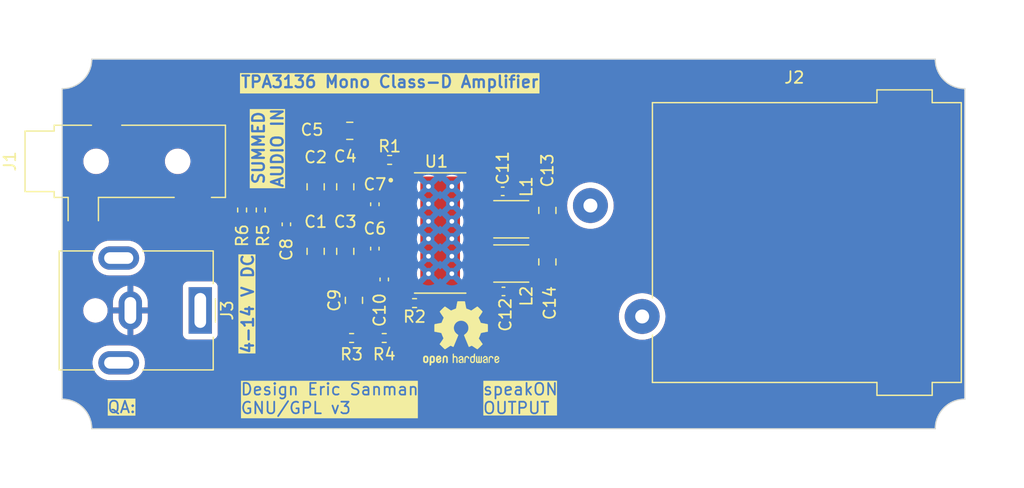
<source format=kicad_pcb>
(kicad_pcb (version 20221018) (generator pcbnew)
  (layers (0 "F.Cu" signal) (31 "B.Cu" signal) (34 "B.Paste" user) (35 "F.Paste" user) (36 "B.SilkS" user "B.Silkscreen") (37 "F.SilkS" user "F.Silkscreen") (38 "B.Mask" user) (39 "F.Mask" user) (44 "Edge.Cuts" user))
  (net 0 "")
  (net 1 "GND")
  (net 2 "VCC")
  (net 3 "/RINP")
  (net 4 "AMPIN")
  (net 5 "Net-(U1-GVDD)")
  (net 6 "/RINN")
  (net 7 "/OFILTER")
  (net 8 "/SPKR")
  (net 9 "Net-(J1-PadR)")
  (net 10 "Net-(J1-PadT)")
  (net 11 "{slash}SHUTDOWN")
  (net 12 "Net-(U1-PBTL)")
  (net 13 "Net-(U1-PLIMIT)")
  (footprint "Capacitor_SMD:C_0402_1005Metric_Pad0.74x0.62mm_HandSolder" (layer "F.Cu") (at 138.5925 78.51 90)
    (fp_text reference "C7" (at 1.71 0.0075 180) (layer "F.SilkS"))
    (fp_text value "1000p")
    (pad "1" smd roundrect (at -0.5675 0 90) (size 0.735 0.62) (layers "F.Cu" "F.Paste" "F.Mask") (net 2 "VCC"))
    (pad "2" smd roundrect (at 0.5675 0 90) (size 0.735 0.62) (layers "F.Cu" "F.Paste" "F.Mask") (net 1 "GND"))
  )
  (footprint "Resistor_SMD:R_0402_1005Metric_Pad0.72x0.64mm_HandSolder" (layer "F.Cu") (at 127.2 79.0025 -90)
    (fp_text reference "R6" (at 2.1975 0 90) (layer "F.SilkS"))
    (fp_text value "1k")
    (pad "1" smd roundrect (at -0.5975 0 270) (size 0.715 0.64) (layers "F.Cu" "F.Paste" "F.Mask") (net 10 "Net-(J1-PadT)"))
    (pad "2" smd roundrect (at 0.5975 0 270) (size 0.715 0.64) (layers "F.Cu" "F.Paste" "F.Mask") (net 4 "AMPIN"))
  )
  (footprint "Resistor_SMD:R_0402_1005Metric_Pad0.72x0.64mm_HandSolder" (layer "F.Cu") (at 142 87 180)
    (fp_text reference "R2" (at 0 -1.17) (layer "F.SilkS"))
    (fp_text value "100k")
    (pad "1" smd roundrect (at -0.5975 0 180) (size 0.715 0.64) (layers "F.Cu" "F.Paste" "F.Mask") (net 2 "VCC"))
    (pad "2" smd roundrect (at 0.5975 0 180) (size 0.715 0.64) (layers "F.Cu" "F.Paste" "F.Mask") (net 12 "Net-(U1-PBTL)"))
  )
  (footprint "Inductor_SMD:L_Taiyo-Yuden_MD-3030" (layer "F.Cu") (at 150.3 83.6)
    (fp_text reference "L2" (at 1.3 2.8 90) (layer "F.SilkS"))
    (fp_text value "33u")
    (pad "1" smd rect (at -1.1 0) (size 0.8 2.7) (layers "F.Cu" "F.Paste" "F.Mask") (net 7 "/OFILTER"))
    (pad "2" smd rect (at 1.1 0) (size 0.8 2.7) (layers "F.Cu" "F.Paste" "F.Mask") (net 8 "/SPKR"))
  )
  (footprint "Capacitor_SMD:C_0805_2012Metric_Pad1.18x1.45mm_HandSolder" (layer "F.Cu") (at 133.5125 77.0075 90)
    (fp_text reference "C2" (at 2.54 0) (layer "F.SilkS"))
    (fp_text value "100u")
    (pad "1" smd roundrect (at -1.0375 0 90) (size 1.175 1.45) (layers "F.Cu" "F.Paste" "F.Mask") (roundrect_rratio 0.212766) (net 2 "VCC"))
    (pad "2" smd roundrect (at 1.0375 0 90) (size 1.175 1.45) (layers "F.Cu" "F.Paste" "F.Mask") (roundrect_rratio 0.212766) (net 1 "GND"))
  )
  (footprint "Connector_BarrelJack:BarrelJack_CUI_PJ-063AH_Horizontal" (layer "F.Cu") (at 123.61 87.63 -90)
    (fp_text reference "J3" (at 0 -2.3 90) (layer "F.SilkS"))
    (fp_text value "Barrel_Jack")
    (pad "" np_thru_hole circle (at 0 9 270) (size 1.6 1.6) (drill 1.6) (layers "*.Cu" "*.Mask"))
    (pad "1" thru_hole rect (at 0 0 270) (size 4 2) (drill oval 3 1) (layers "*.Cu" "*.Mask") (net 2 "VCC"))
    (pad "2" thru_hole oval (at 0 6 270) (size 3.3 2) (drill oval 2.3 1) (layers "*.Cu" "*.Mask") (net 1 "GND"))
    (pad "MP" thru_hole oval (at -4.5 7 270) (size 2 3.5) (drill oval 1 2.5) (layers "*.Cu" "*.Mask"))
    (pad "MP" thru_hole oval (at 4.5 7 270) (size 2 3.5) (drill oval 1 2.5) (layers "*.Cu" "*.Mask"))
  )
  (footprint "Capacitor_SMD:C_0402_1005Metric_Pad0.74x0.62mm_HandSolder" (layer "F.Cu") (at 138.5925 82.32 90)
    (fp_text reference "C6" (at 1.72 0.0075 180) (layer "F.SilkS"))
    (fp_text value "1000p")
    (pad "1" smd roundrect (at -0.5675 0 90) (size 0.735 0.62) (layers "F.Cu" "F.Paste" "F.Mask") (net 1 "GND"))
    (pad "2" smd roundrect (at 0.5675 0 90) (size 0.735 0.62) (layers "F.Cu" "F.Paste" "F.Mask") (net 2 "VCC"))
  )
  (footprint "Capacitor_SMD:C_0805_2012Metric_Pad1.18x1.45mm_HandSolder" (layer "F.Cu") (at 136.8 86.7625 90)
    (fp_text reference "C9" (at 0 -1.68 90) (layer "F.SilkS"))
    (fp_text value "1u")
    (pad "1" smd roundrect (at -1.0375 0 90) (size 1.175 1.45) (layers "F.Cu" "F.Paste" "F.Mask") (roundrect_rratio 0.212766) (net 1 "GND"))
    (pad "2" smd roundrect (at 1.0375 0 90) (size 1.175 1.45) (layers "F.Cu" "F.Paste" "F.Mask") (roundrect_rratio 0.212766) (net 5 "Net-(U1-GVDD)"))
  )
  (footprint "Capacitor_SMD:C_0805_2012Metric_Pad1.18x1.45mm_HandSolder" (layer "F.Cu") (at 136.44 72.2 180)
    (fp_text reference "C5" (at 3.24 0.09) (layer "F.SilkS"))
    (fp_text value "1u")
    (pad "1" smd roundrect (at -1.0375 0 180) (size 1.175 1.45) (layers "F.Cu" "F.Paste" "F.Mask") (roundrect_rratio 0.212766) (net 2 "VCC"))
    (pad "2" smd roundrect (at 1.0375 0 180) (size 1.175 1.45) (layers "F.Cu" "F.Paste" "F.Mask") (roundrect_rratio 0.212766) (net 1 "GND"))
  )
  (footprint "Capacitor_SMD:C_0805_2012Metric_Pad1.18x1.45mm_HandSolder" (layer "F.Cu") (at 153.4 83.4625 -90)
    (fp_text reference "C14" (at 3.5375 -0.2 -90) (layer "F.SilkS"))
    (fp_text value "1u")
    (pad "1" smd roundrect (at -1.0375 0 270) (size 1.175 1.45) (layers "F.Cu" "F.Paste" "F.Mask") (roundrect_rratio 0.212766) (net 8 "/SPKR"))
    (pad "2" smd roundrect (at 1.0375 0 270) (size 1.175 1.45) (layers "F.Cu" "F.Paste" "F.Mask") (roundrect_rratio 0.212766) (net 1 "GND"))
  )
  (footprint "Capacitor_SMD:C_0402_1005Metric_Pad0.74x0.62mm_HandSolder" (layer "F.Cu") (at 131 80.2325 90)
    (fp_text reference "C8" (at -2.1675 0 90) (layer "F.SilkS"))
    (fp_text value "0.27u")
    (pad "1" smd roundrect (at -0.5675 0 90) (size 0.735 0.62) (layers "F.Cu" "F.Paste" "F.Mask") (net 3 "/RINP"))
    (pad "2" smd roundrect (at 0.5675 0 90) (size 0.735 0.62) (layers "F.Cu" "F.Paste" "F.Mask") (net 4 "AMPIN"))
  )
  (footprint "Capacitor_SMD:C_0805_2012Metric_Pad1.18x1.45mm_HandSolder" (layer "F.Cu") (at 136.0525 77.0075 90)
    (fp_text reference "C4" (at 2.6075 0) (layer "F.SilkS"))
    (fp_text value ".1u")
    (pad "1" smd roundrect (at -1.0375 0 90) (size 1.175 1.45) (layers "F.Cu" "F.Paste" "F.Mask") (roundrect_rratio 0.212766) (net 2 "VCC"))
    (pad "2" smd roundrect (at 1.0375 0 90) (size 1.175 1.45) (layers "F.Cu" "F.Paste" "F.Mask") (roundrect_rratio 0.212766) (net 1 "GND"))
  )
  (footprint "Capacitor_SMD:C_0402_1005Metric_Pad0.74x0.62mm_HandSolder" (layer "F.Cu") (at 139.4 84.9675 90)
    (fp_text reference "C10" (at -2.6325 -0.4 90) (layer "F.SilkS"))
    (fp_text value ".27u")
    (pad "1" smd roundrect (at -0.5675 0 90) (size 0.735 0.62) (layers "F.Cu" "F.Paste" "F.Mask") (net 6 "/RINN"))
    (pad "2" smd roundrect (at 0.5675 0 90) (size 0.735 0.62) (layers "F.Cu" "F.Paste" "F.Mask") (net 1 "GND"))
  )
  (footprint "Capacitor_SMD:C_0805_2012Metric_Pad1.18x1.45mm_HandSolder" (layer "F.Cu") (at 153.4 79.0375 90)
    (fp_text reference "C13" (at 3.4375 0 270) (layer "F.SilkS"))
    (fp_text value "1u")
    (pad "1" smd roundrect (at -1.0375 0 90) (size 1.175 1.45) (layers "F.Cu" "F.Paste" "F.Mask") (roundrect_rratio 0.212766) (net 8 "/SPKR"))
    (pad "2" smd roundrect (at 1.0375 0 90) (size 1.175 1.45) (layers "F.Cu" "F.Paste" "F.Mask") (roundrect_rratio 0.212766) (net 1 "GND"))
  )
  (footprint "Resistor_SMD:R_0402_1005Metric_Pad0.72x0.64mm_HandSolder" (layer "F.Cu") (at 139.8625 74.7)
    (fp_text reference "R1" (at 0 -1.17) (layer "F.SilkS"))
    (fp_text value "100k")
    (pad "1" smd roundrect (at -0.5975 0) (size 0.715 0.64) (layers "F.Cu" "F.Paste" "F.Mask") (net 2 "VCC"))
    (pad "2" smd roundrect (at 0.5975 0) (size 0.715 0.64) (layers "F.Cu" "F.Paste" "F.Mask") (net 11 "{slash}SHUTDOWN"))
  )
  (footprint "Connector_Audio:Jack_speakON_Neutrik_NL2MDXX-H-3_Horizontal" (layer "F.Cu") (at 157.095 78.62)
    (fp_text reference "J2" (at 17.5 -11) (layer "F.SilkS"))
    (fp_text value "speakON_NL2MDXX-V")
    (pad "1+" thru_hole circle (at 0 0) (size 3 3) (drill 1.2) (layers "*.Cu" "*.Mask") (net 8 "/SPKR"))
    (pad "1-" thru_hole circle (at 4.44 9.53) (size 3 3) (drill 1.2) (layers "*.Cu" "*.Mask") (net 8 "/SPKR"))
  )
  (footprint "Capacitor_SMD:C_0805_2012Metric_Pad1.18x1.45mm_HandSolder" (layer "F.Cu") (at 133.5125 82.5525 90)
    (fp_text reference "C1" (at 2.54 0 180) (layer "F.SilkS"))
    (fp_text value "100u")
    (pad "1" smd roundrect (at -1.0375 0 90) (size 1.175 1.45) (layers "F.Cu" "F.Paste" "F.Mask") (roundrect_rratio 0.212766) (net 1 "GND"))
    (pad "2" smd roundrect (at 1.0375 0 90) (size 1.175 1.45) (layers "F.Cu" "F.Paste" "F.Mask") (roundrect_rratio 0.212766) (net 2 "VCC"))
  )
  (footprint "Inductor_SMD:L_Taiyo-Yuden_MD-3030" (layer "F.Cu") (at 150.3 79.8)
    (fp_text reference "L1" (at 1.3 -2.8 -90) (layer "F.SilkS"))
    (fp_text value "33u")
    (pad "1" smd rect (at -1.1 0) (size 0.8 2.7) (layers "F.Cu" "F.Paste" "F.Mask") (net 7 "/OFILTER"))
    (pad "2" smd rect (at 1.1 0) (size 0.8 2.7) (layers "F.Cu" "F.Paste" "F.Mask") (net 8 "/SPKR"))
  )
  (footprint "Resistor_SMD:R_0402_1005Metric_Pad0.72x0.64mm_HandSolder" (layer "F.Cu") (at 139.3975 90 180)
    (fp_text reference "R4" (at 0 -1.4) (layer "F.SilkS"))
    (fp_text value "56k")
    (pad "1" smd roundrect (at -0.5975 0 180) (size 0.715 0.64) (layers "F.Cu" "F.Paste" "F.Mask") (net 13 "Net-(U1-PLIMIT)"))
    (pad "2" smd roundrect (at 0.5975 0 180) (size 0.715 0.64) (layers "F.Cu" "F.Paste" "F.Mask") (net 5 "Net-(U1-GVDD)"))
  )
  (footprint "Symbol:OSHW-Logo2_7.3x6mm_SilkScreen" (layer "F.Cu") (at 146 89.6)
    (fp_text reference "REF**" hide)
    (fp_text value "OSHW-Logo2_7.3x6mm_SilkScreen" hide)
  )
  (footprint "Capacitor_SMD:C_0402_1005Metric_Pad0.74x0.62mm_HandSolder" (layer "F.Cu") (at 149.5675 77.4)
    (fp_text reference "C11" (at 0 -2 90) (layer "F.SilkS"))
    (fp_text value ".47u")
    (pad "1" smd roundrect (at -0.5675 0) (size 0.735 0.62) (layers "F.Cu" "F.Paste" "F.Mask") (net 7 "/OFILTER"))
    (pad "2" smd roundrect (at 0.5675 0) (size 0.735 0.62) (layers "F.Cu" "F.Paste" "F.Mask") (net 7 "/OFILTER"))
  )
  (footprint "Resistor_SMD:R_0402_1005Metric_Pad0.72x0.64mm_HandSolder" (layer "F.Cu") (at 128.8 79.0025 90)
    (fp_text reference "R5" (at -2.1975 0.2 90) (layer "F.SilkS"))
    (fp_text value "1k")
    (pad "1" smd roundrect (at -0.5975 0 90) (size 0.715 0.64) (layers "F.Cu" "F.Paste" "F.Mask") (net 4 "AMPIN"))
    (pad "2" smd roundrect (at 0.5975 0 90) (size 0.715 0.64) (layers "F.Cu" "F.Paste" "F.Mask") (net 9 "Net-(J1-PadR)"))
  )
  (footprint "Connector_Audio:Jack_3.5mm_CUI_SJ-3523-SMT_Horizontal" (layer "F.Cu") (at 117.17 74.82 90)
    (fp_text reference "J1" (at 0 -9.9 90) (layer "F.SilkS"))
    (fp_text value "AudioJack3")
    (pad "" np_thru_hole circle (at 0 -2.5 90) (size 1.7 1.7) (drill 1.7) (layers "*.Cu" "*.Mask"))
    (pad "" np_thru_hole circle (at 0 4.5 90) (size 1.7 1.7) (drill 1.7) (layers "*.Cu" "*.Mask"))
    (pad "R" smd rect (at 3.7 -1.6 90) (size 2.8 2.2) (layers "F.Cu" "F.Paste" "F.Mask") (net 9 "Net-(J1-PadR)"))
    (pad "S" smd rect (at -3.7 -3.6 90) (size 2.8 2.2) (layers "F.Cu" "F.Paste" "F.Mask") (net 1 "GND"))
    (pad "T" smd rect (at -3.7 5.8 90) (size 2.8 2.8) (layers "F.Cu" "F.Paste" "F.Mask") (net 10 "Net-(J1-PadT)"))
  )
  (footprint "Capacitor_SMD:C_0805_2012Metric_Pad1.18x1.45mm_HandSolder" (layer "F.Cu") (at 136.0525 82.5525 90)
    (fp_text reference "C3" (at 2.54 0 180) (layer "F.SilkS"))
    (fp_text value ".1u")
    (pad "1" smd roundrect (at -1.0375 0 90) (size 1.175 1.45) (layers "F.Cu" "F.Paste" "F.Mask") (roundrect_rratio 0.212766) (net 1 "GND"))
    (pad "2" smd roundrect (at 1.0375 0 90) (size 1.175 1.45) (layers "F.Cu" "F.Paste" "F.Mask") (roundrect_rratio 0.212766) (net 2 "VCC"))
  )
  (footprint "Resistor_SMD:R_0402_1005Metric_Pad0.72x0.64mm_HandSolder" (layer "F.Cu") (at 136.5975 90)
    (fp_text reference "R3" (at 0 1.4) (layer "F.SilkS"))
    (fp_text value "39k")
    (pad "1" smd roundrect (at -0.5975 0) (size 0.715 0.64) (layers "F.Cu" "F.Paste" "F.Mask") (net 1 "GND"))
    (pad "2" smd roundrect (at 0.5975 0) (size 0.715 0.64) (layers "F.Cu" "F.Paste" "F.Mask") (net 13 "Net-(U1-PLIMIT)"))
  )
  (footprint "Capacitor_SMD:C_0402_1005Metric_Pad0.74x0.62mm_HandSolder" (layer "F.Cu") (at 149.6325 86 180)
    (fp_text reference "C12" (at -0.1675 -2 90) (layer "F.SilkS"))
    (fp_text value ".47u")
    (pad "1" smd roundrect (at -0.5675 0 180) (size 0.735 0.62) (layers "F.Cu" "F.Paste" "F.Mask") (net 7 "/OFILTER"))
    (pad "2" smd roundrect (at 0.5675 0 180) (size 0.735 0.62) (layers "F.Cu" "F.Paste" "F.Mask") (net 7 "/OFILTER"))
  )
  (footprint "TPA3136D2PWPR:IC_TPS61196PWPRQ1" (layer "F.Cu") (at 144.2 80.975)
    (fp_text reference "U1" (at -0.325 -6.135) (layer "F.SilkS"))
    (fp_text value "TPA3136D2PWPR")
    (pad "1" smd rect (at -2.8 -4.225) (size 1.6 0.3) (layers "F.Cu") (net 11 "{slash}SHUTDOWN"))
    (pad "2" smd rect (at -2.8 -3.575) (size 1.6 0.3) (layers "F.Cu") (net 11 "{slash}SHUTDOWN"))
    (pad "3" smd rect (at -2.8 -2.925) (size 1.6 0.3) (layers "F.Cu"))
    (pad "4" smd rect (at -2.8 -2.275) (size 1.6 0.3) (layers "F.Cu"))
    (pad "5" smd rect (at -2.8 -1.625) (size 1.6 0.3) (layers "F.Cu") (net 1 "GND"))
    (pad "6" smd rect (at -2.8 -0.975) (size 1.6 0.3) (layers "F.Cu") (net 1 "GND"))
    (pad "7" smd rect (at -2.8 -0.325) (size 1.6 0.3) (layers "F.Cu") (net 2 "VCC"))
    (pad "8" smd rect (at -2.8 0.325) (size 1.6 0.3) (layers "F.Cu") (net 1 "GND"))
    (pad "9" smd rect (at -2.8 0.975) (size 1.6 0.3) (layers "F.Cu") (net 5 "Net-(U1-GVDD)"))
    (pad "10" smd rect (at -2.8 1.625) (size 1.6 0.3) (layers "F.Cu") (net 13 "Net-(U1-PLIMIT)"))
    (pad "11" smd rect (at -2.8 2.275) (size 1.6 0.3) (layers "F.Cu") (net 6 "/RINN"))
    (pad "12" smd rect (at -2.8 2.925) (size 1.6 0.3) (layers "F.Cu") (net 3 "/RINP"))
    (pad "13" smd rect (at -2.8 3.575) (size 1.6 0.3) (layers "F.Cu") (net 1 "GND"))
    (pad "14" smd rect (at -2.8 4.225) (size 1.6 0.3) (layers "F.Cu") (net 12 "Net-(U1-PBTL)"))
    (pad "15" smd rect (at 2.8 4.225) (size 1.6 0.3) (layers "F.Cu") (net 2 "VCC"))
    (pad "16" smd rect (at 2.8 3.575) (size 1.6 0.3) (layers "F.Cu") (net 2 "VCC"))
    (pad "17" smd rect (at 2.8 2.925) (size 1.6 0.3) (layers "F.Cu") (net 7 "/OFILTER"))
    (pad "18" smd rect (at 2.8 2.275) (size 1.6 0.3) (layers "F.Cu") (net 7 "/OFILTER"))
    (pad "19" smd rect (at 2.8 1.625) (size 1.6 0.3) (layers "F.Cu") (net 1 "GND"))
    (pad "20" smd rect (at 2.8 0.975) (size 1.6 0.3) (layers "F.Cu") (net 7 "/OFILTER"))
    (pad "21" smd rect (at 2.8 0.325) (size 1.6 0.3) (layers "F.Cu") (net 7 "/OFILTER"))
    (pad "22" smd rect (at 2.8 -0.325) (size 1.6 0.3) (layers "F.Cu") (net 7 "/OFILTER"))
    (pad "23" smd rect (at 2.8 -0.975) (size 1.6 0.3) (layers "F.Cu") (net 7 "/OFILTER"))
    (pad "24" smd rect (at 2.8 -1.625) (size 1.6 0.3) (layers "F.Cu") (net 1 "GND"))
    (pad "25" smd rect (at 2.8 -2.275) (size 1.6 0.3) (layers "F.Cu") (net 7 "/OFILTER"))
    (pad "26" smd rect (at 2.8 -2.925) (size 1.6 0.3) (layers "F.Cu") (net 7 "/OFILTER"))
    (pad "27" smd rect (at 2.8 -3.575) (size 1.6 0.3) (layers "F.Cu") (net 2 "VCC"))
    (pad "28" smd rect (at 2.8 -4.225) (size 1.6 0.3) (layers "F.Cu") (net 2 "VCC"))
    (pad "29" thru_hole circle (at -1 -4) (size 1 1) (drill 0.4) (layers "*.Cu" "*.Mask") (net 1 "GND"))
    (pad "29" thru_hole circle (at -1 -2.5) (size 1 1) (drill 0.4) (layers "*.Cu" "*.Mask") (net 1 "GND"))
    (pad "29" thru_hole circle (at -1 -1) (size 1 1) (drill 0.4) (layers "*.Cu" "*.Mask") (net 1 "GND"))
    (pad "29" thru_hole circle (at -1 0.5) (size 1 1) (drill 0.4) (layers "*.Cu" "*.Mask") (net 1 "GND"))
    (pad "29" thru_hole circle (at -1 2) (size 1 1) (drill 0.4) (layers "*.Cu" "*.Mask") (net 1 "GND"))
    (pad "29" thru_hole circle (at -1 3.5) (size 1 1) (drill 0.4) (layers "*.Cu" "*.Mask") (net 1 "GND"))
    (pad "29" smd rect (at 0 0) (size 3.4 9.7) (layers "F.Cu") (net 1 "GND"))
    (pad "29" thru_hole circle (at 1 -4) (size 1 1) (drill 0.4) (layers "*.Cu" "*.Mask") (net 1 "GND"))
    (pad "29" thru_hole circle (at 1 -2.5) (size 1 1) (drill 0.4) (layers "*.Cu" "*.Mask") (net 1 "GND"))
    (pad "29" thru_hole circle (at 1 -1) (size 1 1) (drill 0.4) (layers "*.Cu" "*.Mask") (net 1 "GND"))
    (pad "29" thru_hole circle (at 1 0.5) (size 1 1) (drill 0.4) (layers "*.Cu" "*.Mask") (net 1 "GND"))
    (pad "29" thru_hole circle (at 1 2) (size 1 1) (drill 0.4) (layers "*.Cu" "*.Mask") (net 1 "GND"))
    (pad "29" thru_hole circle (at 1 3.5) (size 1 1) (drill 0.4) (layers "*.Cu" "*.Mask") (net 1 "GND"))
  )
  (gr_line (start 186.69 97.79) (end 114.3 97.79) (stroke (width 0.1)) (layer "Edge.Cuts"))
  (gr_line (start 189.23 68.58) (end 189.23 95.25) (stroke (width 0.1)) (layer "Edge.Cuts"))
  (gr_arc (start 114.3 66.04) (mid 113.556051 67.836051) (end 111.76 68.58) (stroke (width 0.1)) (layer "Edge.Cuts"))
  (gr_arc (start 189.23 68.58) (mid 187.433949 67.836051) (end 186.69 66.04) (stroke (width 0.1)) (layer "Edge.Cuts"))
  (gr_line (start 114.3 66.04) (end 186.69 66.04) (stroke (width 0.1)) (layer "Edge.Cuts"))
  (gr_arc (start 186.69 97.79) (mid 187.433949 95.993949) (end 189.23 95.25) (stroke (width 0.1)) (layer "Edge.Cuts"))
  (gr_line (start 111.76 95.25) (end 111.76 68.58) (stroke (width 0.1)) (layer "Edge.Cuts"))
  (gr_arc (start 111.76 95.25) (mid 113.556051 95.993949) (end 114.3 97.79) (stroke (width 0.1)) (layer "Edge.Cuts"))
  (gr_text "SUMMED\nAUDIO IN" (at 130.81 73.66 90) (layer "F.SilkS" knockout) (effects (font (size 1 1) (thickness 0.2) bold) (justify bottom)))
  (gr_text "speakON\nOUTPUT" (at 147.8 96.6) (layer "F.SilkS" knockout) (effects (font (size 1 1)) (justify left bottom)))
  (gr_text "4-14 V DC" (at 128.27 91.44 90) (layer "F.SilkS" knockout) (effects (font (size 1 1) (thickness 0.2) bold) (justify left bottom)))
  (gr_text "QA:   " (at 115.57 96.52) (layer "F.SilkS" knockout) (effects (font (size 1 1)) (justify left bottom)))
  (gr_text "TPA3136 Mono Class-D Amplifier" (at 127 68.58) (layer "F.SilkS" knockout) (effects (font (size 1 1) (thickness 0.2) bold) (justify left bottom)))
  (gr_text "Design Eric Sanman\nGNU/GPL v3" (at 127 96.6) (layer "F.SilkS" knockout) (effects (font (size 1 1)) (justify left bottom)))
  (zone (net 1) (net_name "GND") (layer "F.Cu") (priority 1) (connect_pads (clearance 0.5)) (min_thickness 0.25) (fill yes (thermal_gap 0.5) (thermal_bridge_width 0.5))
    (polygon (pts (xy 151.13 62.23) (xy 167.64 60.96) (xy 191.77 60.96) (xy 194.31 86.36) (xy 191.77 102.87) (xy 109.22 101.6) (xy 106.68 62.23) (xy 152.4 62.23)))
  )
  (zone (net 1) (net_name "GND") (layer "B.Cu") (connect_pads (clearance 0.5)) (min_thickness 0.25) (fill yes (thermal_gap 0.5) (thermal_bridge_width 0.5))
    (polygon (pts (xy 153.67 62.23) (xy 190.5 62.23) (xy 194.31 78.74) (xy 191.77 101.6) (xy 163.83 102.87) (xy 129.54 101.6) (xy 110.49 101.6) (xy 106.68 87.63) (xy 107.95 72.39) (xy 110.49 62.23) (xy 154.94 62.23) (xy 158.75 60.96)))
  )
)
</source>
